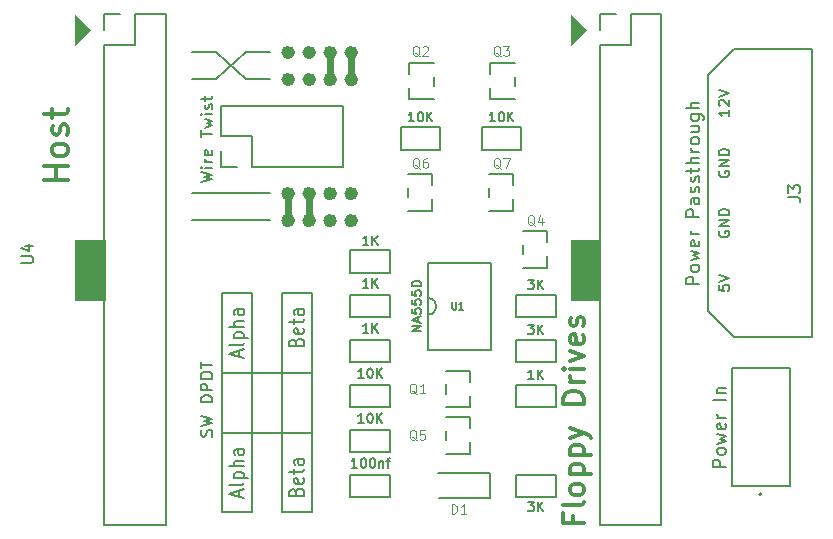
<source format=gbr>
%TF.GenerationSoftware,KiCad,Pcbnew,(6.0.5)*%
%TF.CreationDate,2023-02-06T04:07:19+00:00*%
%TF.ProjectId,AutoFloppySwitcher,4175746f-466c-46f7-9070-795377697463,rev?*%
%TF.SameCoordinates,Original*%
%TF.FileFunction,Legend,Top*%
%TF.FilePolarity,Positive*%
%FSLAX46Y46*%
G04 Gerber Fmt 4.6, Leading zero omitted, Abs format (unit mm)*
G04 Created by KiCad (PCBNEW (6.0.5)) date 2023-02-06 04:07:19*
%MOMM*%
%LPD*%
G01*
G04 APERTURE LIST*
%ADD10C,0.300000*%
%ADD11C,0.150000*%
%ADD12C,0.120000*%
%ADD13C,0.180000*%
%ADD14C,0.600000*%
%ADD15C,0.560000*%
%ADD16C,0.200000*%
G04 APERTURE END LIST*
D10*
X130173428Y-100556000D02*
X130173428Y-101156000D01*
X131116285Y-101156000D02*
X129316285Y-101156000D01*
X129316285Y-100298857D01*
X131116285Y-99356000D02*
X131030571Y-99527428D01*
X130859142Y-99613142D01*
X129316285Y-99613142D01*
X131116285Y-98413142D02*
X131030571Y-98584571D01*
X130944857Y-98670285D01*
X130773428Y-98756000D01*
X130259142Y-98756000D01*
X130087714Y-98670285D01*
X130002000Y-98584571D01*
X129916285Y-98413142D01*
X129916285Y-98156000D01*
X130002000Y-97984571D01*
X130087714Y-97898857D01*
X130259142Y-97813142D01*
X130773428Y-97813142D01*
X130944857Y-97898857D01*
X131030571Y-97984571D01*
X131116285Y-98156000D01*
X131116285Y-98413142D01*
X129916285Y-97041714D02*
X131716285Y-97041714D01*
X130002000Y-97041714D02*
X129916285Y-96870285D01*
X129916285Y-96527428D01*
X130002000Y-96356000D01*
X130087714Y-96270285D01*
X130259142Y-96184571D01*
X130773428Y-96184571D01*
X130944857Y-96270285D01*
X131030571Y-96356000D01*
X131116285Y-96527428D01*
X131116285Y-96870285D01*
X131030571Y-97041714D01*
X129916285Y-95413142D02*
X131716285Y-95413142D01*
X130002000Y-95413142D02*
X129916285Y-95241714D01*
X129916285Y-94898857D01*
X130002000Y-94727428D01*
X130087714Y-94641714D01*
X130259142Y-94556000D01*
X130773428Y-94556000D01*
X130944857Y-94641714D01*
X131030571Y-94727428D01*
X131116285Y-94898857D01*
X131116285Y-95241714D01*
X131030571Y-95413142D01*
X129916285Y-93956000D02*
X131116285Y-93527428D01*
X129916285Y-93098857D02*
X131116285Y-93527428D01*
X131544857Y-93698857D01*
X131630571Y-93784571D01*
X131716285Y-93956000D01*
X131116285Y-91041714D02*
X129316285Y-91041714D01*
X129316285Y-90613142D01*
X129402000Y-90356000D01*
X129573428Y-90184571D01*
X129744857Y-90098857D01*
X130087714Y-90013142D01*
X130344857Y-90013142D01*
X130687714Y-90098857D01*
X130859142Y-90184571D01*
X131030571Y-90356000D01*
X131116285Y-90613142D01*
X131116285Y-91041714D01*
X131116285Y-89241714D02*
X129916285Y-89241714D01*
X130259142Y-89241714D02*
X130087714Y-89156000D01*
X130002000Y-89070285D01*
X129916285Y-88898857D01*
X129916285Y-88727428D01*
X131116285Y-88127428D02*
X129916285Y-88127428D01*
X129316285Y-88127428D02*
X129402000Y-88213142D01*
X129487714Y-88127428D01*
X129402000Y-88041714D01*
X129316285Y-88127428D01*
X129487714Y-88127428D01*
X129916285Y-87441714D02*
X131116285Y-87013142D01*
X129916285Y-86584571D01*
X131030571Y-85213142D02*
X131116285Y-85384571D01*
X131116285Y-85727428D01*
X131030571Y-85898857D01*
X130859142Y-85984571D01*
X130173428Y-85984571D01*
X130002000Y-85898857D01*
X129916285Y-85727428D01*
X129916285Y-85384571D01*
X130002000Y-85213142D01*
X130173428Y-85127428D01*
X130344857Y-85127428D01*
X130516285Y-85984571D01*
X131030571Y-84441714D02*
X131116285Y-84270285D01*
X131116285Y-83927428D01*
X131030571Y-83756000D01*
X130859142Y-83670285D01*
X130773428Y-83670285D01*
X130602000Y-83756000D01*
X130516285Y-83927428D01*
X130516285Y-84184571D01*
X130430571Y-84356000D01*
X130259142Y-84441714D01*
X130173428Y-84441714D01*
X130002000Y-84356000D01*
X129916285Y-84184571D01*
X129916285Y-83927428D01*
X130002000Y-83756000D01*
X87391761Y-72072142D02*
X85391761Y-72072142D01*
X86344142Y-72072142D02*
X86344142Y-70929285D01*
X87391761Y-70929285D02*
X85391761Y-70929285D01*
X87391761Y-69691190D02*
X87296523Y-69881666D01*
X87201285Y-69976904D01*
X87010809Y-70072142D01*
X86439380Y-70072142D01*
X86248904Y-69976904D01*
X86153666Y-69881666D01*
X86058428Y-69691190D01*
X86058428Y-69405476D01*
X86153666Y-69215000D01*
X86248904Y-69119761D01*
X86439380Y-69024523D01*
X87010809Y-69024523D01*
X87201285Y-69119761D01*
X87296523Y-69215000D01*
X87391761Y-69405476D01*
X87391761Y-69691190D01*
X87296523Y-68262619D02*
X87391761Y-68072142D01*
X87391761Y-67691190D01*
X87296523Y-67500714D01*
X87106047Y-67405476D01*
X87010809Y-67405476D01*
X86820333Y-67500714D01*
X86725095Y-67691190D01*
X86725095Y-67976904D01*
X86629857Y-68167380D01*
X86439380Y-68262619D01*
X86344142Y-68262619D01*
X86153666Y-68167380D01*
X86058428Y-67976904D01*
X86058428Y-67691190D01*
X86153666Y-67500714D01*
X86058428Y-66834047D02*
X86058428Y-66072142D01*
X85391761Y-66548333D02*
X87106047Y-66548333D01*
X87296523Y-66453095D01*
X87391761Y-66262619D01*
X87391761Y-66072142D01*
D11*
%TO.C,C1*%
X111876190Y-96456904D02*
X111419047Y-96456904D01*
X111647619Y-96456904D02*
X111647619Y-95656904D01*
X111571428Y-95771190D01*
X111495238Y-95847380D01*
X111419047Y-95885476D01*
X112371428Y-95656904D02*
X112447619Y-95656904D01*
X112523809Y-95695000D01*
X112561904Y-95733095D01*
X112600000Y-95809285D01*
X112638095Y-95961666D01*
X112638095Y-96152142D01*
X112600000Y-96304523D01*
X112561904Y-96380714D01*
X112523809Y-96418809D01*
X112447619Y-96456904D01*
X112371428Y-96456904D01*
X112295238Y-96418809D01*
X112257142Y-96380714D01*
X112219047Y-96304523D01*
X112180952Y-96152142D01*
X112180952Y-95961666D01*
X112219047Y-95809285D01*
X112257142Y-95733095D01*
X112295238Y-95695000D01*
X112371428Y-95656904D01*
X113133333Y-95656904D02*
X113209523Y-95656904D01*
X113285714Y-95695000D01*
X113323809Y-95733095D01*
X113361904Y-95809285D01*
X113400000Y-95961666D01*
X113400000Y-96152142D01*
X113361904Y-96304523D01*
X113323809Y-96380714D01*
X113285714Y-96418809D01*
X113209523Y-96456904D01*
X113133333Y-96456904D01*
X113057142Y-96418809D01*
X113019047Y-96380714D01*
X112980952Y-96304523D01*
X112942857Y-96152142D01*
X112942857Y-95961666D01*
X112980952Y-95809285D01*
X113019047Y-95733095D01*
X113057142Y-95695000D01*
X113133333Y-95656904D01*
X113742857Y-95923571D02*
X113742857Y-96456904D01*
X113742857Y-95999761D02*
X113780952Y-95961666D01*
X113857142Y-95923571D01*
X113971428Y-95923571D01*
X114047619Y-95961666D01*
X114085714Y-96037857D01*
X114085714Y-96456904D01*
X114352380Y-95923571D02*
X114657142Y-95923571D01*
X114466666Y-96456904D02*
X114466666Y-95771190D01*
X114504761Y-95695000D01*
X114580952Y-95656904D01*
X114657142Y-95656904D01*
%TO.C,R11*%
X126333333Y-80561904D02*
X126828571Y-80561904D01*
X126561904Y-80866666D01*
X126676190Y-80866666D01*
X126752380Y-80904761D01*
X126790476Y-80942857D01*
X126828571Y-81019047D01*
X126828571Y-81209523D01*
X126790476Y-81285714D01*
X126752380Y-81323809D01*
X126676190Y-81361904D01*
X126447619Y-81361904D01*
X126371428Y-81323809D01*
X126333333Y-81285714D01*
X127171428Y-81361904D02*
X127171428Y-80561904D01*
X127628571Y-81361904D02*
X127285714Y-80904761D01*
X127628571Y-80561904D02*
X127171428Y-81019047D01*
%TO.C,R10*%
X112828571Y-77615904D02*
X112371428Y-77615904D01*
X112600000Y-77615904D02*
X112600000Y-76815904D01*
X112523809Y-76930190D01*
X112447619Y-77006380D01*
X112371428Y-77044476D01*
X113171428Y-77615904D02*
X113171428Y-76815904D01*
X113628571Y-77615904D02*
X113285714Y-77158761D01*
X113628571Y-76815904D02*
X113171428Y-77273047D01*
%TO.C,R8*%
X116700619Y-67141904D02*
X116243476Y-67141904D01*
X116472047Y-67141904D02*
X116472047Y-66341904D01*
X116395857Y-66456190D01*
X116319666Y-66532380D01*
X116243476Y-66570476D01*
X117195857Y-66341904D02*
X117272047Y-66341904D01*
X117348238Y-66380000D01*
X117386333Y-66418095D01*
X117424428Y-66494285D01*
X117462523Y-66646666D01*
X117462523Y-66837142D01*
X117424428Y-66989523D01*
X117386333Y-67065714D01*
X117348238Y-67103809D01*
X117272047Y-67141904D01*
X117195857Y-67141904D01*
X117119666Y-67103809D01*
X117081571Y-67065714D01*
X117043476Y-66989523D01*
X117005380Y-66837142D01*
X117005380Y-66646666D01*
X117043476Y-66494285D01*
X117081571Y-66418095D01*
X117119666Y-66380000D01*
X117195857Y-66341904D01*
X117805380Y-67141904D02*
X117805380Y-66341904D01*
X118262523Y-67141904D02*
X117919666Y-66684761D01*
X118262523Y-66341904D02*
X117805380Y-66799047D01*
%TO.C,SW1*%
X99586761Y-93827547D02*
X99634380Y-93684690D01*
X99634380Y-93446595D01*
X99586761Y-93351357D01*
X99539142Y-93303738D01*
X99443904Y-93256119D01*
X99348666Y-93256119D01*
X99253428Y-93303738D01*
X99205809Y-93351357D01*
X99158190Y-93446595D01*
X99110571Y-93637071D01*
X99062952Y-93732309D01*
X99015333Y-93779928D01*
X98920095Y-93827547D01*
X98824857Y-93827547D01*
X98729619Y-93779928D01*
X98682000Y-93732309D01*
X98634380Y-93637071D01*
X98634380Y-93398976D01*
X98682000Y-93256119D01*
X98634380Y-92922785D02*
X99634380Y-92684690D01*
X98920095Y-92494214D01*
X99634380Y-92303738D01*
X98634380Y-92065642D01*
X99634380Y-90922785D02*
X98634380Y-90922785D01*
X98634380Y-90684690D01*
X98682000Y-90541833D01*
X98777238Y-90446595D01*
X98872476Y-90398976D01*
X99062952Y-90351357D01*
X99205809Y-90351357D01*
X99396285Y-90398976D01*
X99491523Y-90446595D01*
X99586761Y-90541833D01*
X99634380Y-90684690D01*
X99634380Y-90922785D01*
X99634380Y-89922785D02*
X98634380Y-89922785D01*
X98634380Y-89541833D01*
X98682000Y-89446595D01*
X98729619Y-89398976D01*
X98824857Y-89351357D01*
X98967714Y-89351357D01*
X99062952Y-89398976D01*
X99110571Y-89446595D01*
X99158190Y-89541833D01*
X99158190Y-89922785D01*
X99634380Y-88922785D02*
X98634380Y-88922785D01*
X98634380Y-88684690D01*
X98682000Y-88541833D01*
X98777238Y-88446595D01*
X98872476Y-88398976D01*
X99062952Y-88351357D01*
X99205809Y-88351357D01*
X99396285Y-88398976D01*
X99491523Y-88446595D01*
X99586761Y-88541833D01*
X99634380Y-88684690D01*
X99634380Y-88922785D01*
X98634380Y-88065642D02*
X98634380Y-87494214D01*
X99634380Y-87779928D02*
X98634380Y-87779928D01*
X106716285Y-85828095D02*
X106773428Y-85670952D01*
X106830571Y-85618571D01*
X106944857Y-85566190D01*
X107116285Y-85566190D01*
X107230571Y-85618571D01*
X107287714Y-85670952D01*
X107344857Y-85775714D01*
X107344857Y-86194761D01*
X106144857Y-86194761D01*
X106144857Y-85828095D01*
X106202000Y-85723333D01*
X106259142Y-85670952D01*
X106373428Y-85618571D01*
X106487714Y-85618571D01*
X106602000Y-85670952D01*
X106659142Y-85723333D01*
X106716285Y-85828095D01*
X106716285Y-86194761D01*
X107287714Y-84675714D02*
X107344857Y-84780476D01*
X107344857Y-84990000D01*
X107287714Y-85094761D01*
X107173428Y-85147142D01*
X106716285Y-85147142D01*
X106602000Y-85094761D01*
X106544857Y-84990000D01*
X106544857Y-84780476D01*
X106602000Y-84675714D01*
X106716285Y-84623333D01*
X106830571Y-84623333D01*
X106944857Y-85147142D01*
X106544857Y-84309047D02*
X106544857Y-83890000D01*
X106144857Y-84151904D02*
X107173428Y-84151904D01*
X107287714Y-84099523D01*
X107344857Y-83994761D01*
X107344857Y-83890000D01*
X107344857Y-83051904D02*
X106716285Y-83051904D01*
X106602000Y-83104285D01*
X106544857Y-83209047D01*
X106544857Y-83418571D01*
X106602000Y-83523333D01*
X107287714Y-83051904D02*
X107344857Y-83156666D01*
X107344857Y-83418571D01*
X107287714Y-83523333D01*
X107173428Y-83575714D01*
X107059142Y-83575714D01*
X106944857Y-83523333D01*
X106887714Y-83418571D01*
X106887714Y-83156666D01*
X106830571Y-83051904D01*
X106716285Y-98506428D02*
X106773428Y-98349285D01*
X106830571Y-98296904D01*
X106944857Y-98244523D01*
X107116285Y-98244523D01*
X107230571Y-98296904D01*
X107287714Y-98349285D01*
X107344857Y-98454047D01*
X107344857Y-98873095D01*
X106144857Y-98873095D01*
X106144857Y-98506428D01*
X106202000Y-98401666D01*
X106259142Y-98349285D01*
X106373428Y-98296904D01*
X106487714Y-98296904D01*
X106602000Y-98349285D01*
X106659142Y-98401666D01*
X106716285Y-98506428D01*
X106716285Y-98873095D01*
X107287714Y-97354047D02*
X107344857Y-97458809D01*
X107344857Y-97668333D01*
X107287714Y-97773095D01*
X107173428Y-97825476D01*
X106716285Y-97825476D01*
X106602000Y-97773095D01*
X106544857Y-97668333D01*
X106544857Y-97458809D01*
X106602000Y-97354047D01*
X106716285Y-97301666D01*
X106830571Y-97301666D01*
X106944857Y-97825476D01*
X106544857Y-96987380D02*
X106544857Y-96568333D01*
X106144857Y-96830238D02*
X107173428Y-96830238D01*
X107287714Y-96777857D01*
X107344857Y-96673095D01*
X107344857Y-96568333D01*
X107344857Y-95730238D02*
X106716285Y-95730238D01*
X106602000Y-95782619D01*
X106544857Y-95887380D01*
X106544857Y-96096904D01*
X106602000Y-96201666D01*
X107287714Y-95730238D02*
X107344857Y-95835000D01*
X107344857Y-96096904D01*
X107287714Y-96201666D01*
X107173428Y-96254047D01*
X107059142Y-96254047D01*
X106944857Y-96201666D01*
X106887714Y-96096904D01*
X106887714Y-95835000D01*
X106830571Y-95730238D01*
X101922000Y-98925476D02*
X101922000Y-98401666D01*
X102264857Y-99030238D02*
X101064857Y-98663571D01*
X102264857Y-98296904D01*
X102264857Y-97773095D02*
X102207714Y-97877857D01*
X102093428Y-97930238D01*
X101064857Y-97930238D01*
X101464857Y-97354047D02*
X102664857Y-97354047D01*
X101522000Y-97354047D02*
X101464857Y-97249285D01*
X101464857Y-97039761D01*
X101522000Y-96935000D01*
X101579142Y-96882619D01*
X101693428Y-96830238D01*
X102036285Y-96830238D01*
X102150571Y-96882619D01*
X102207714Y-96935000D01*
X102264857Y-97039761D01*
X102264857Y-97249285D01*
X102207714Y-97354047D01*
X102264857Y-96358809D02*
X101064857Y-96358809D01*
X102264857Y-95887380D02*
X101636285Y-95887380D01*
X101522000Y-95939761D01*
X101464857Y-96044523D01*
X101464857Y-96201666D01*
X101522000Y-96306428D01*
X101579142Y-96358809D01*
X102264857Y-94892142D02*
X101636285Y-94892142D01*
X101522000Y-94944523D01*
X101464857Y-95049285D01*
X101464857Y-95258809D01*
X101522000Y-95363571D01*
X102207714Y-94892142D02*
X102264857Y-94996904D01*
X102264857Y-95258809D01*
X102207714Y-95363571D01*
X102093428Y-95415952D01*
X101979142Y-95415952D01*
X101864857Y-95363571D01*
X101807714Y-95258809D01*
X101807714Y-94996904D01*
X101750571Y-94892142D01*
X101922000Y-87085238D02*
X101922000Y-86561428D01*
X102264857Y-87190000D02*
X101064857Y-86823333D01*
X102264857Y-86456666D01*
X102264857Y-85932857D02*
X102207714Y-86037619D01*
X102093428Y-86090000D01*
X101064857Y-86090000D01*
X101464857Y-85513809D02*
X102664857Y-85513809D01*
X101522000Y-85513809D02*
X101464857Y-85409047D01*
X101464857Y-85199523D01*
X101522000Y-85094761D01*
X101579142Y-85042380D01*
X101693428Y-84990000D01*
X102036285Y-84990000D01*
X102150571Y-85042380D01*
X102207714Y-85094761D01*
X102264857Y-85199523D01*
X102264857Y-85409047D01*
X102207714Y-85513809D01*
X102264857Y-84518571D02*
X101064857Y-84518571D01*
X102264857Y-84047142D02*
X101636285Y-84047142D01*
X101522000Y-84099523D01*
X101464857Y-84204285D01*
X101464857Y-84361428D01*
X101522000Y-84466190D01*
X101579142Y-84518571D01*
X102264857Y-83051904D02*
X101636285Y-83051904D01*
X101522000Y-83104285D01*
X101464857Y-83209047D01*
X101464857Y-83418571D01*
X101522000Y-83523333D01*
X102207714Y-83051904D02*
X102264857Y-83156666D01*
X102264857Y-83418571D01*
X102207714Y-83523333D01*
X102093428Y-83575714D01*
X101979142Y-83575714D01*
X101864857Y-83523333D01*
X101807714Y-83418571D01*
X101807714Y-83156666D01*
X101750571Y-83051904D01*
%TO.C,*%
D12*
%TO.C,Q2*%
X117176809Y-61652095D02*
X117100619Y-61614000D01*
X117024428Y-61537809D01*
X116910142Y-61423523D01*
X116833952Y-61385428D01*
X116757761Y-61385428D01*
X116795857Y-61575904D02*
X116719666Y-61537809D01*
X116643476Y-61461619D01*
X116605380Y-61309238D01*
X116605380Y-61042571D01*
X116643476Y-60890190D01*
X116719666Y-60814000D01*
X116795857Y-60775904D01*
X116948238Y-60775904D01*
X117024428Y-60814000D01*
X117100619Y-60890190D01*
X117138714Y-61042571D01*
X117138714Y-61309238D01*
X117100619Y-61461619D01*
X117024428Y-61537809D01*
X116948238Y-61575904D01*
X116795857Y-61575904D01*
X117443476Y-60852095D02*
X117481571Y-60814000D01*
X117557761Y-60775904D01*
X117748238Y-60775904D01*
X117824428Y-60814000D01*
X117862523Y-60852095D01*
X117900619Y-60928285D01*
X117900619Y-61004476D01*
X117862523Y-61118761D01*
X117405380Y-61575904D01*
X117900619Y-61575904D01*
%TO.C,Q6*%
X117176809Y-71140095D02*
X117100619Y-71102000D01*
X117024428Y-71025809D01*
X116910142Y-70911523D01*
X116833952Y-70873428D01*
X116757761Y-70873428D01*
X116795857Y-71063904D02*
X116719666Y-71025809D01*
X116643476Y-70949619D01*
X116605380Y-70797238D01*
X116605380Y-70530571D01*
X116643476Y-70378190D01*
X116719666Y-70302000D01*
X116795857Y-70263904D01*
X116948238Y-70263904D01*
X117024428Y-70302000D01*
X117100619Y-70378190D01*
X117138714Y-70530571D01*
X117138714Y-70797238D01*
X117100619Y-70949619D01*
X117024428Y-71025809D01*
X116948238Y-71063904D01*
X116795857Y-71063904D01*
X117824428Y-70263904D02*
X117672047Y-70263904D01*
X117595857Y-70302000D01*
X117557761Y-70340095D01*
X117481571Y-70454380D01*
X117443476Y-70606761D01*
X117443476Y-70911523D01*
X117481571Y-70987714D01*
X117519666Y-71025809D01*
X117595857Y-71063904D01*
X117748238Y-71063904D01*
X117824428Y-71025809D01*
X117862523Y-70987714D01*
X117900619Y-70911523D01*
X117900619Y-70721047D01*
X117862523Y-70644857D01*
X117824428Y-70606761D01*
X117748238Y-70568666D01*
X117595857Y-70568666D01*
X117519666Y-70606761D01*
X117481571Y-70644857D01*
X117443476Y-70721047D01*
D11*
%TO.C,U4*%
X83446380Y-79134404D02*
X84255904Y-79134404D01*
X84351142Y-79086785D01*
X84398761Y-79039166D01*
X84446380Y-78943928D01*
X84446380Y-78753452D01*
X84398761Y-78658214D01*
X84351142Y-78610595D01*
X84255904Y-78562976D01*
X83446380Y-78562976D01*
X83779714Y-77658214D02*
X84446380Y-77658214D01*
X83398761Y-77896309D02*
X84113047Y-78134404D01*
X84113047Y-77515357D01*
%TO.C,R3*%
X112827386Y-81236299D02*
X112370243Y-81236299D01*
X112598815Y-81236299D02*
X112598815Y-80436299D01*
X112522624Y-80550585D01*
X112446434Y-80626775D01*
X112370243Y-80664871D01*
X113170243Y-81236299D02*
X113170243Y-80436299D01*
X113627386Y-81236299D02*
X113284529Y-80779156D01*
X113627386Y-80436299D02*
X113170243Y-80893442D01*
%TO.C,R7*%
X126828571Y-88961904D02*
X126371428Y-88961904D01*
X126600000Y-88961904D02*
X126600000Y-88161904D01*
X126523809Y-88276190D01*
X126447619Y-88352380D01*
X126371428Y-88390476D01*
X127171428Y-88961904D02*
X127171428Y-88161904D01*
X127628571Y-88961904D02*
X127285714Y-88504761D01*
X127628571Y-88161904D02*
X127171428Y-88619047D01*
%TO.C,J3*%
X148398780Y-73568833D02*
X149113066Y-73568833D01*
X149255923Y-73616452D01*
X149351161Y-73711690D01*
X149398780Y-73854547D01*
X149398780Y-73949785D01*
X148398780Y-73187880D02*
X148398780Y-72568833D01*
X148779733Y-72902166D01*
X148779733Y-72759309D01*
X148827352Y-72664071D01*
X148874971Y-72616452D01*
X148970209Y-72568833D01*
X149208304Y-72568833D01*
X149303542Y-72616452D01*
X149351161Y-72664071D01*
X149398780Y-72759309D01*
X149398780Y-73045023D01*
X149351161Y-73140261D01*
X149303542Y-73187880D01*
X140858819Y-80909309D02*
X139758819Y-80909309D01*
X139758819Y-80490261D01*
X139811200Y-80385500D01*
X139863580Y-80333119D01*
X139968342Y-80280738D01*
X140125485Y-80280738D01*
X140230247Y-80333119D01*
X140282628Y-80385500D01*
X140335009Y-80490261D01*
X140335009Y-80909309D01*
X140858819Y-79652166D02*
X140806438Y-79756928D01*
X140754057Y-79809309D01*
X140649295Y-79861690D01*
X140335009Y-79861690D01*
X140230247Y-79809309D01*
X140177866Y-79756928D01*
X140125485Y-79652166D01*
X140125485Y-79495023D01*
X140177866Y-79390261D01*
X140230247Y-79337880D01*
X140335009Y-79285500D01*
X140649295Y-79285500D01*
X140754057Y-79337880D01*
X140806438Y-79390261D01*
X140858819Y-79495023D01*
X140858819Y-79652166D01*
X140125485Y-78918833D02*
X140858819Y-78709309D01*
X140335009Y-78499785D01*
X140858819Y-78290261D01*
X140125485Y-78080738D01*
X140806438Y-77242642D02*
X140858819Y-77347404D01*
X140858819Y-77556928D01*
X140806438Y-77661690D01*
X140701676Y-77714071D01*
X140282628Y-77714071D01*
X140177866Y-77661690D01*
X140125485Y-77556928D01*
X140125485Y-77347404D01*
X140177866Y-77242642D01*
X140282628Y-77190261D01*
X140387390Y-77190261D01*
X140492152Y-77714071D01*
X140858819Y-76718833D02*
X140125485Y-76718833D01*
X140335009Y-76718833D02*
X140230247Y-76666452D01*
X140177866Y-76614071D01*
X140125485Y-76509309D01*
X140125485Y-76404547D01*
X140858819Y-75199785D02*
X139758819Y-75199785D01*
X139758819Y-74780738D01*
X139811200Y-74675976D01*
X139863580Y-74623595D01*
X139968342Y-74571214D01*
X140125485Y-74571214D01*
X140230247Y-74623595D01*
X140282628Y-74675976D01*
X140335009Y-74780738D01*
X140335009Y-75199785D01*
X140858819Y-73628357D02*
X140282628Y-73628357D01*
X140177866Y-73680738D01*
X140125485Y-73785500D01*
X140125485Y-73995023D01*
X140177866Y-74099785D01*
X140806438Y-73628357D02*
X140858819Y-73733119D01*
X140858819Y-73995023D01*
X140806438Y-74099785D01*
X140701676Y-74152166D01*
X140596914Y-74152166D01*
X140492152Y-74099785D01*
X140439771Y-73995023D01*
X140439771Y-73733119D01*
X140387390Y-73628357D01*
X140806438Y-73156928D02*
X140858819Y-73052166D01*
X140858819Y-72842642D01*
X140806438Y-72737880D01*
X140701676Y-72685500D01*
X140649295Y-72685500D01*
X140544533Y-72737880D01*
X140492152Y-72842642D01*
X140492152Y-72999785D01*
X140439771Y-73104547D01*
X140335009Y-73156928D01*
X140282628Y-73156928D01*
X140177866Y-73104547D01*
X140125485Y-72999785D01*
X140125485Y-72842642D01*
X140177866Y-72737880D01*
X140806438Y-72266452D02*
X140858819Y-72161690D01*
X140858819Y-71952166D01*
X140806438Y-71847404D01*
X140701676Y-71795023D01*
X140649295Y-71795023D01*
X140544533Y-71847404D01*
X140492152Y-71952166D01*
X140492152Y-72109309D01*
X140439771Y-72214071D01*
X140335009Y-72266452D01*
X140282628Y-72266452D01*
X140177866Y-72214071D01*
X140125485Y-72109309D01*
X140125485Y-71952166D01*
X140177866Y-71847404D01*
X140125485Y-71480738D02*
X140125485Y-71061690D01*
X139758819Y-71323595D02*
X140701676Y-71323595D01*
X140806438Y-71271214D01*
X140858819Y-71166452D01*
X140858819Y-71061690D01*
X140858819Y-70695023D02*
X139758819Y-70695023D01*
X140858819Y-70223595D02*
X140282628Y-70223595D01*
X140177866Y-70275976D01*
X140125485Y-70380738D01*
X140125485Y-70537880D01*
X140177866Y-70642642D01*
X140230247Y-70695023D01*
X140858819Y-69699785D02*
X140125485Y-69699785D01*
X140335009Y-69699785D02*
X140230247Y-69647404D01*
X140177866Y-69595023D01*
X140125485Y-69490261D01*
X140125485Y-69385500D01*
X140858819Y-68861690D02*
X140806438Y-68966452D01*
X140754057Y-69018833D01*
X140649295Y-69071214D01*
X140335009Y-69071214D01*
X140230247Y-69018833D01*
X140177866Y-68966452D01*
X140125485Y-68861690D01*
X140125485Y-68704547D01*
X140177866Y-68599785D01*
X140230247Y-68547404D01*
X140335009Y-68495023D01*
X140649295Y-68495023D01*
X140754057Y-68547404D01*
X140806438Y-68599785D01*
X140858819Y-68704547D01*
X140858819Y-68861690D01*
X140125485Y-67552166D02*
X140858819Y-67552166D01*
X140125485Y-68023595D02*
X140701676Y-68023595D01*
X140806438Y-67971214D01*
X140858819Y-67866452D01*
X140858819Y-67709309D01*
X140806438Y-67604547D01*
X140754057Y-67552166D01*
X140125485Y-66556928D02*
X141015961Y-66556928D01*
X141120723Y-66609309D01*
X141173104Y-66661690D01*
X141225485Y-66766452D01*
X141225485Y-66923595D01*
X141173104Y-67028357D01*
X140806438Y-66556928D02*
X140858819Y-66661690D01*
X140858819Y-66871214D01*
X140806438Y-66975976D01*
X140754057Y-67028357D01*
X140649295Y-67080738D01*
X140335009Y-67080738D01*
X140230247Y-67028357D01*
X140177866Y-66975976D01*
X140125485Y-66871214D01*
X140125485Y-66661690D01*
X140177866Y-66556928D01*
X140858819Y-66033119D02*
X139758819Y-66033119D01*
X140858819Y-65561690D02*
X140282628Y-65561690D01*
X140177866Y-65614071D01*
X140125485Y-65718833D01*
X140125485Y-65875976D01*
X140177866Y-65980738D01*
X140230247Y-66033119D01*
X143407142Y-66172642D02*
X143407142Y-66686928D01*
X143407142Y-66429785D02*
X142507142Y-66429785D01*
X142635714Y-66515500D01*
X142721428Y-66601214D01*
X142764285Y-66686928D01*
X142592857Y-65829785D02*
X142550000Y-65786928D01*
X142507142Y-65701214D01*
X142507142Y-65486928D01*
X142550000Y-65401214D01*
X142592857Y-65358357D01*
X142678571Y-65315500D01*
X142764285Y-65315500D01*
X142892857Y-65358357D01*
X143407142Y-65872642D01*
X143407142Y-65315500D01*
X142507142Y-65058357D02*
X143407142Y-64758357D01*
X142507142Y-64458357D01*
X142550000Y-76461214D02*
X142507142Y-76546928D01*
X142507142Y-76675500D01*
X142550000Y-76804071D01*
X142635714Y-76889785D01*
X142721428Y-76932642D01*
X142892857Y-76975500D01*
X143021428Y-76975500D01*
X143192857Y-76932642D01*
X143278571Y-76889785D01*
X143364285Y-76804071D01*
X143407142Y-76675500D01*
X143407142Y-76589785D01*
X143364285Y-76461214D01*
X143321428Y-76418357D01*
X143021428Y-76418357D01*
X143021428Y-76589785D01*
X143407142Y-76032642D02*
X142507142Y-76032642D01*
X143407142Y-75518357D01*
X142507142Y-75518357D01*
X143407142Y-75089785D02*
X142507142Y-75089785D01*
X142507142Y-74875500D01*
X142550000Y-74746928D01*
X142635714Y-74661214D01*
X142721428Y-74618357D01*
X142892857Y-74575500D01*
X143021428Y-74575500D01*
X143192857Y-74618357D01*
X143278571Y-74661214D01*
X143364285Y-74746928D01*
X143407142Y-74875500D01*
X143407142Y-75089785D01*
X142550000Y-71381214D02*
X142507142Y-71466928D01*
X142507142Y-71595500D01*
X142550000Y-71724071D01*
X142635714Y-71809785D01*
X142721428Y-71852642D01*
X142892857Y-71895500D01*
X143021428Y-71895500D01*
X143192857Y-71852642D01*
X143278571Y-71809785D01*
X143364285Y-71724071D01*
X143407142Y-71595500D01*
X143407142Y-71509785D01*
X143364285Y-71381214D01*
X143321428Y-71338357D01*
X143021428Y-71338357D01*
X143021428Y-71509785D01*
X143407142Y-70952642D02*
X142507142Y-70952642D01*
X143407142Y-70438357D01*
X142507142Y-70438357D01*
X143407142Y-70009785D02*
X142507142Y-70009785D01*
X142507142Y-69795500D01*
X142550000Y-69666928D01*
X142635714Y-69581214D01*
X142721428Y-69538357D01*
X142892857Y-69495500D01*
X143021428Y-69495500D01*
X143192857Y-69538357D01*
X143278571Y-69581214D01*
X143364285Y-69666928D01*
X143407142Y-69795500D01*
X143407142Y-70009785D01*
X142507142Y-81026928D02*
X142507142Y-81455500D01*
X142935714Y-81498357D01*
X142892857Y-81455500D01*
X142850000Y-81369785D01*
X142850000Y-81155500D01*
X142892857Y-81069785D01*
X142935714Y-81026928D01*
X143021428Y-80984071D01*
X143235714Y-80984071D01*
X143321428Y-81026928D01*
X143364285Y-81069785D01*
X143407142Y-81155500D01*
X143407142Y-81369785D01*
X143364285Y-81455500D01*
X143321428Y-81498357D01*
X142507142Y-80726928D02*
X143407142Y-80426928D01*
X142507142Y-80126928D01*
D12*
%TO.C,D1*%
X119901523Y-100361904D02*
X119901523Y-99561904D01*
X120092000Y-99561904D01*
X120206285Y-99600000D01*
X120282476Y-99676190D01*
X120320571Y-99752380D01*
X120358666Y-99904761D01*
X120358666Y-100019047D01*
X120320571Y-100171428D01*
X120282476Y-100247619D01*
X120206285Y-100323809D01*
X120092000Y-100361904D01*
X119901523Y-100361904D01*
X121120571Y-100361904D02*
X120663428Y-100361904D01*
X120892000Y-100361904D02*
X120892000Y-99561904D01*
X120815809Y-99676190D01*
X120739619Y-99752380D01*
X120663428Y-99790476D01*
D11*
%TO.C,*%
%TO.C,R4*%
X126333333Y-99361904D02*
X126828571Y-99361904D01*
X126561904Y-99666666D01*
X126676190Y-99666666D01*
X126752380Y-99704761D01*
X126790476Y-99742857D01*
X126828571Y-99819047D01*
X126828571Y-100009523D01*
X126790476Y-100085714D01*
X126752380Y-100123809D01*
X126676190Y-100161904D01*
X126447619Y-100161904D01*
X126371428Y-100123809D01*
X126333333Y-100085714D01*
X127171428Y-100161904D02*
X127171428Y-99361904D01*
X127628571Y-100161904D02*
X127285714Y-99704761D01*
X127628571Y-99361904D02*
X127171428Y-99819047D01*
D12*
%TO.C,Q5*%
X116923809Y-94164095D02*
X116847619Y-94126000D01*
X116771428Y-94049809D01*
X116657142Y-93935523D01*
X116580952Y-93897428D01*
X116504761Y-93897428D01*
X116542857Y-94087904D02*
X116466666Y-94049809D01*
X116390476Y-93973619D01*
X116352380Y-93821238D01*
X116352380Y-93554571D01*
X116390476Y-93402190D01*
X116466666Y-93326000D01*
X116542857Y-93287904D01*
X116695238Y-93287904D01*
X116771428Y-93326000D01*
X116847619Y-93402190D01*
X116885714Y-93554571D01*
X116885714Y-93821238D01*
X116847619Y-93973619D01*
X116771428Y-94049809D01*
X116695238Y-94087904D01*
X116542857Y-94087904D01*
X117609523Y-93287904D02*
X117228571Y-93287904D01*
X117190476Y-93668857D01*
X117228571Y-93630761D01*
X117304761Y-93592666D01*
X117495238Y-93592666D01*
X117571428Y-93630761D01*
X117609523Y-93668857D01*
X117647619Y-93745047D01*
X117647619Y-93935523D01*
X117609523Y-94011714D01*
X117571428Y-94049809D01*
X117495238Y-94087904D01*
X117304761Y-94087904D01*
X117228571Y-94049809D01*
X117190476Y-94011714D01*
%TO.C,Q3*%
X124034809Y-61652095D02*
X123958619Y-61614000D01*
X123882428Y-61537809D01*
X123768142Y-61423523D01*
X123691952Y-61385428D01*
X123615761Y-61385428D01*
X123653857Y-61575904D02*
X123577666Y-61537809D01*
X123501476Y-61461619D01*
X123463380Y-61309238D01*
X123463380Y-61042571D01*
X123501476Y-60890190D01*
X123577666Y-60814000D01*
X123653857Y-60775904D01*
X123806238Y-60775904D01*
X123882428Y-60814000D01*
X123958619Y-60890190D01*
X123996714Y-61042571D01*
X123996714Y-61309238D01*
X123958619Y-61461619D01*
X123882428Y-61537809D01*
X123806238Y-61575904D01*
X123653857Y-61575904D01*
X124263380Y-60775904D02*
X124758619Y-60775904D01*
X124491952Y-61080666D01*
X124606238Y-61080666D01*
X124682428Y-61118761D01*
X124720523Y-61156857D01*
X124758619Y-61233047D01*
X124758619Y-61423523D01*
X124720523Y-61499714D01*
X124682428Y-61537809D01*
X124606238Y-61575904D01*
X124377666Y-61575904D01*
X124301476Y-61537809D01*
X124263380Y-61499714D01*
%TO.C,Q7*%
X124034809Y-71140095D02*
X123958619Y-71102000D01*
X123882428Y-71025809D01*
X123768142Y-70911523D01*
X123691952Y-70873428D01*
X123615761Y-70873428D01*
X123653857Y-71063904D02*
X123577666Y-71025809D01*
X123501476Y-70949619D01*
X123463380Y-70797238D01*
X123463380Y-70530571D01*
X123501476Y-70378190D01*
X123577666Y-70302000D01*
X123653857Y-70263904D01*
X123806238Y-70263904D01*
X123882428Y-70302000D01*
X123958619Y-70378190D01*
X123996714Y-70530571D01*
X123996714Y-70797238D01*
X123958619Y-70949619D01*
X123882428Y-71025809D01*
X123806238Y-71063904D01*
X123653857Y-71063904D01*
X124263380Y-70263904D02*
X124796714Y-70263904D01*
X124453857Y-71063904D01*
D11*
%TO.C,J1*%
X98634380Y-72293047D02*
X99634380Y-72054952D01*
X98920095Y-71864476D01*
X99634380Y-71674000D01*
X98634380Y-71435904D01*
X99634380Y-71054952D02*
X98967714Y-71054952D01*
X98634380Y-71054952D02*
X98682000Y-71102571D01*
X98729619Y-71054952D01*
X98682000Y-71007333D01*
X98634380Y-71054952D01*
X98729619Y-71054952D01*
X99634380Y-70578761D02*
X98967714Y-70578761D01*
X99158190Y-70578761D02*
X99062952Y-70531142D01*
X99015333Y-70483523D01*
X98967714Y-70388285D01*
X98967714Y-70293047D01*
X99586761Y-69578761D02*
X99634380Y-69674000D01*
X99634380Y-69864476D01*
X99586761Y-69959714D01*
X99491523Y-70007333D01*
X99110571Y-70007333D01*
X99015333Y-69959714D01*
X98967714Y-69864476D01*
X98967714Y-69674000D01*
X99015333Y-69578761D01*
X99110571Y-69531142D01*
X99205809Y-69531142D01*
X99301047Y-70007333D01*
X98634380Y-68483523D02*
X98634380Y-67912095D01*
X99634380Y-68197809D02*
X98634380Y-68197809D01*
X98967714Y-67674000D02*
X99634380Y-67483523D01*
X99158190Y-67293047D01*
X99634380Y-67102571D01*
X98967714Y-66912095D01*
X99634380Y-66531142D02*
X98967714Y-66531142D01*
X98634380Y-66531142D02*
X98682000Y-66578761D01*
X98729619Y-66531142D01*
X98682000Y-66483523D01*
X98634380Y-66531142D01*
X98729619Y-66531142D01*
X99586761Y-66102571D02*
X99634380Y-66007333D01*
X99634380Y-65816857D01*
X99586761Y-65721619D01*
X99491523Y-65674000D01*
X99443904Y-65674000D01*
X99348666Y-65721619D01*
X99301047Y-65816857D01*
X99301047Y-65959714D01*
X99253428Y-66054952D01*
X99158190Y-66102571D01*
X99110571Y-66102571D01*
X99015333Y-66054952D01*
X98967714Y-65959714D01*
X98967714Y-65816857D01*
X99015333Y-65721619D01*
X98967714Y-65388285D02*
X98967714Y-65007333D01*
X98634380Y-65245428D02*
X99491523Y-65245428D01*
X99586761Y-65197809D01*
X99634380Y-65102571D01*
X99634380Y-65007333D01*
%TO.C,R6*%
X126333333Y-84361904D02*
X126828571Y-84361904D01*
X126561904Y-84666666D01*
X126676190Y-84666666D01*
X126752380Y-84704761D01*
X126790476Y-84742857D01*
X126828571Y-84819047D01*
X126828571Y-85009523D01*
X126790476Y-85085714D01*
X126752380Y-85123809D01*
X126676190Y-85161904D01*
X126447619Y-85161904D01*
X126371428Y-85123809D01*
X126333333Y-85085714D01*
X127171428Y-85161904D02*
X127171428Y-84361904D01*
X127628571Y-85161904D02*
X127285714Y-84704761D01*
X127628571Y-84361904D02*
X127171428Y-84819047D01*
%TO.C,R9*%
X123558619Y-67141904D02*
X123101476Y-67141904D01*
X123330047Y-67141904D02*
X123330047Y-66341904D01*
X123253857Y-66456190D01*
X123177666Y-66532380D01*
X123101476Y-66570476D01*
X124053857Y-66341904D02*
X124130047Y-66341904D01*
X124206238Y-66380000D01*
X124244333Y-66418095D01*
X124282428Y-66494285D01*
X124320523Y-66646666D01*
X124320523Y-66837142D01*
X124282428Y-66989523D01*
X124244333Y-67065714D01*
X124206238Y-67103809D01*
X124130047Y-67141904D01*
X124053857Y-67141904D01*
X123977666Y-67103809D01*
X123939571Y-67065714D01*
X123901476Y-66989523D01*
X123863380Y-66837142D01*
X123863380Y-66646666D01*
X123901476Y-66494285D01*
X123939571Y-66418095D01*
X123977666Y-66380000D01*
X124053857Y-66341904D01*
X124663380Y-67141904D02*
X124663380Y-66341904D01*
X125120523Y-67141904D02*
X124777666Y-66684761D01*
X125120523Y-66341904D02*
X124663380Y-66799047D01*
%TO.C,R1*%
X112447619Y-88856904D02*
X111990476Y-88856904D01*
X112219047Y-88856904D02*
X112219047Y-88056904D01*
X112142857Y-88171190D01*
X112066666Y-88247380D01*
X111990476Y-88285476D01*
X112942857Y-88056904D02*
X113019047Y-88056904D01*
X113095238Y-88095000D01*
X113133333Y-88133095D01*
X113171428Y-88209285D01*
X113209523Y-88361666D01*
X113209523Y-88552142D01*
X113171428Y-88704523D01*
X113133333Y-88780714D01*
X113095238Y-88818809D01*
X113019047Y-88856904D01*
X112942857Y-88856904D01*
X112866666Y-88818809D01*
X112828571Y-88780714D01*
X112790476Y-88704523D01*
X112752380Y-88552142D01*
X112752380Y-88361666D01*
X112790476Y-88209285D01*
X112828571Y-88133095D01*
X112866666Y-88095000D01*
X112942857Y-88056904D01*
X113552380Y-88856904D02*
X113552380Y-88056904D01*
X114009523Y-88856904D02*
X113666666Y-88399761D01*
X114009523Y-88056904D02*
X113552380Y-88514047D01*
%TO.C,U1*%
X119934857Y-82475428D02*
X119934857Y-82961142D01*
X119963428Y-83018285D01*
X119992000Y-83046857D01*
X120049142Y-83075428D01*
X120163428Y-83075428D01*
X120220571Y-83046857D01*
X120249142Y-83018285D01*
X120277714Y-82961142D01*
X120277714Y-82475428D01*
X120877714Y-83075428D02*
X120534857Y-83075428D01*
X120706285Y-83075428D02*
X120706285Y-82475428D01*
X120649142Y-82561142D01*
X120592000Y-82618285D01*
X120534857Y-82646857D01*
X117297904Y-84918285D02*
X116497904Y-84918285D01*
X117297904Y-84461142D01*
X116497904Y-84461142D01*
X117069333Y-84118285D02*
X117069333Y-83737333D01*
X117297904Y-84194476D02*
X116497904Y-83927809D01*
X117297904Y-83661142D01*
X116497904Y-83013523D02*
X116497904Y-83394476D01*
X116878857Y-83432571D01*
X116840761Y-83394476D01*
X116802666Y-83318285D01*
X116802666Y-83127809D01*
X116840761Y-83051619D01*
X116878857Y-83013523D01*
X116955047Y-82975428D01*
X117145523Y-82975428D01*
X117221714Y-83013523D01*
X117259809Y-83051619D01*
X117297904Y-83127809D01*
X117297904Y-83318285D01*
X117259809Y-83394476D01*
X117221714Y-83432571D01*
X116497904Y-82251619D02*
X116497904Y-82632571D01*
X116878857Y-82670666D01*
X116840761Y-82632571D01*
X116802666Y-82556380D01*
X116802666Y-82365904D01*
X116840761Y-82289714D01*
X116878857Y-82251619D01*
X116955047Y-82213523D01*
X117145523Y-82213523D01*
X117221714Y-82251619D01*
X117259809Y-82289714D01*
X117297904Y-82365904D01*
X117297904Y-82556380D01*
X117259809Y-82632571D01*
X117221714Y-82670666D01*
X116497904Y-81489714D02*
X116497904Y-81870666D01*
X116878857Y-81908761D01*
X116840761Y-81870666D01*
X116802666Y-81794476D01*
X116802666Y-81604000D01*
X116840761Y-81527809D01*
X116878857Y-81489714D01*
X116955047Y-81451619D01*
X117145523Y-81451619D01*
X117221714Y-81489714D01*
X117259809Y-81527809D01*
X117297904Y-81604000D01*
X117297904Y-81794476D01*
X117259809Y-81870666D01*
X117221714Y-81908761D01*
X117297904Y-81108761D02*
X116497904Y-81108761D01*
X116497904Y-80918285D01*
X116536000Y-80804000D01*
X116612190Y-80727809D01*
X116688380Y-80689714D01*
X116840761Y-80651619D01*
X116955047Y-80651619D01*
X117107428Y-80689714D01*
X117183619Y-80727809D01*
X117259809Y-80804000D01*
X117297904Y-80918285D01*
X117297904Y-81108761D01*
%TO.C,R2*%
X112447619Y-92656904D02*
X111990476Y-92656904D01*
X112219047Y-92656904D02*
X112219047Y-91856904D01*
X112142857Y-91971190D01*
X112066666Y-92047380D01*
X111990476Y-92085476D01*
X112942857Y-91856904D02*
X113019047Y-91856904D01*
X113095238Y-91895000D01*
X113133333Y-91933095D01*
X113171428Y-92009285D01*
X113209523Y-92161666D01*
X113209523Y-92352142D01*
X113171428Y-92504523D01*
X113133333Y-92580714D01*
X113095238Y-92618809D01*
X113019047Y-92656904D01*
X112942857Y-92656904D01*
X112866666Y-92618809D01*
X112828571Y-92580714D01*
X112790476Y-92504523D01*
X112752380Y-92352142D01*
X112752380Y-92161666D01*
X112790476Y-92009285D01*
X112828571Y-91933095D01*
X112866666Y-91895000D01*
X112942857Y-91856904D01*
X113552380Y-92656904D02*
X113552380Y-91856904D01*
X114009523Y-92656904D02*
X113666666Y-92199761D01*
X114009523Y-91856904D02*
X113552380Y-92314047D01*
D12*
%TO.C,Q1*%
X116923809Y-90227095D02*
X116847619Y-90189000D01*
X116771428Y-90112809D01*
X116657142Y-89998523D01*
X116580952Y-89960428D01*
X116504761Y-89960428D01*
X116542857Y-90150904D02*
X116466666Y-90112809D01*
X116390476Y-90036619D01*
X116352380Y-89884238D01*
X116352380Y-89617571D01*
X116390476Y-89465190D01*
X116466666Y-89389000D01*
X116542857Y-89350904D01*
X116695238Y-89350904D01*
X116771428Y-89389000D01*
X116847619Y-89465190D01*
X116885714Y-89617571D01*
X116885714Y-89884238D01*
X116847619Y-90036619D01*
X116771428Y-90112809D01*
X116695238Y-90150904D01*
X116542857Y-90150904D01*
X117647619Y-90150904D02*
X117190476Y-90150904D01*
X117419047Y-90150904D02*
X117419047Y-89350904D01*
X117342857Y-89465190D01*
X117266666Y-89541380D01*
X117190476Y-89579476D01*
%TO.C,Q4*%
X126923809Y-75966095D02*
X126847619Y-75928000D01*
X126771428Y-75851809D01*
X126657142Y-75737523D01*
X126580952Y-75699428D01*
X126504761Y-75699428D01*
X126542857Y-75889904D02*
X126466666Y-75851809D01*
X126390476Y-75775619D01*
X126352380Y-75623238D01*
X126352380Y-75356571D01*
X126390476Y-75204190D01*
X126466666Y-75128000D01*
X126542857Y-75089904D01*
X126695238Y-75089904D01*
X126771428Y-75128000D01*
X126847619Y-75204190D01*
X126885714Y-75356571D01*
X126885714Y-75623238D01*
X126847619Y-75775619D01*
X126771428Y-75851809D01*
X126695238Y-75889904D01*
X126542857Y-75889904D01*
X127571428Y-75356571D02*
X127571428Y-75889904D01*
X127380952Y-75051809D02*
X127190476Y-75623238D01*
X127685714Y-75623238D01*
D11*
%TO.C,R5*%
X112827386Y-85036299D02*
X112370243Y-85036299D01*
X112598815Y-85036299D02*
X112598815Y-84236299D01*
X112522624Y-84350585D01*
X112446434Y-84426775D01*
X112370243Y-84464871D01*
X113170243Y-85036299D02*
X113170243Y-84236299D01*
X113627386Y-85036299D02*
X113284529Y-84579156D01*
X113627386Y-84236299D02*
X113170243Y-84693442D01*
%TO.C,J2*%
X143094019Y-96409880D02*
X141994019Y-96409880D01*
X141994019Y-95990833D01*
X142046400Y-95886071D01*
X142098780Y-95833690D01*
X142203542Y-95781309D01*
X142360685Y-95781309D01*
X142465447Y-95833690D01*
X142517828Y-95886071D01*
X142570209Y-95990833D01*
X142570209Y-96409880D01*
X143094019Y-95152738D02*
X143041638Y-95257500D01*
X142989257Y-95309880D01*
X142884495Y-95362261D01*
X142570209Y-95362261D01*
X142465447Y-95309880D01*
X142413066Y-95257500D01*
X142360685Y-95152738D01*
X142360685Y-94995595D01*
X142413066Y-94890833D01*
X142465447Y-94838452D01*
X142570209Y-94786071D01*
X142884495Y-94786071D01*
X142989257Y-94838452D01*
X143041638Y-94890833D01*
X143094019Y-94995595D01*
X143094019Y-95152738D01*
X142360685Y-94419404D02*
X143094019Y-94209880D01*
X142570209Y-94000357D01*
X143094019Y-93790833D01*
X142360685Y-93581309D01*
X143041638Y-92743214D02*
X143094019Y-92847976D01*
X143094019Y-93057500D01*
X143041638Y-93162261D01*
X142936876Y-93214642D01*
X142517828Y-93214642D01*
X142413066Y-93162261D01*
X142360685Y-93057500D01*
X142360685Y-92847976D01*
X142413066Y-92743214D01*
X142517828Y-92690833D01*
X142622590Y-92690833D01*
X142727352Y-93214642D01*
X143094019Y-92219404D02*
X142360685Y-92219404D01*
X142570209Y-92219404D02*
X142465447Y-92167023D01*
X142413066Y-92114642D01*
X142360685Y-92009880D01*
X142360685Y-91905119D01*
X143094019Y-90700357D02*
X141994019Y-90700357D01*
X142360685Y-90176547D02*
X143094019Y-90176547D01*
X142465447Y-90176547D02*
X142413066Y-90124166D01*
X142360685Y-90019404D01*
X142360685Y-89862261D01*
X142413066Y-89757500D01*
X142517828Y-89705119D01*
X143094019Y-89705119D01*
%TO.C,C1*%
X111320000Y-97050000D02*
X114680000Y-97050000D01*
X114680000Y-97050000D02*
X114680000Y-98950000D01*
X114680000Y-98950000D02*
X111320000Y-98950000D01*
X111320000Y-98950000D02*
X111320000Y-97050000D01*
%TO.C,R11*%
X128680000Y-83750000D02*
X125320000Y-83750000D01*
X125320000Y-83750000D02*
X125320000Y-81850000D01*
X125320000Y-81850000D02*
X128680000Y-81850000D01*
X128680000Y-81850000D02*
X128680000Y-83750000D01*
%TO.C,R10*%
X111320000Y-78050000D02*
X114680000Y-78050000D01*
X114680000Y-78050000D02*
X114680000Y-79950000D01*
X114680000Y-79950000D02*
X111320000Y-79950000D01*
X111320000Y-79950000D02*
X111320000Y-78050000D01*
%TO.C,R8*%
X118933000Y-69530000D02*
X115573000Y-69530000D01*
X115573000Y-69530000D02*
X115573000Y-67630000D01*
X115573000Y-67630000D02*
X118933000Y-67630000D01*
X118933000Y-67630000D02*
X118933000Y-69530000D01*
%TO.C,SW1*%
X100452000Y-93502500D02*
X108072000Y-93502500D01*
X108072000Y-93502500D02*
X108072000Y-88362500D01*
X100452000Y-93562500D02*
X100452000Y-88362500D01*
X100452000Y-88422500D02*
X108072000Y-88422500D01*
X105532000Y-100202500D02*
X108072000Y-100202500D01*
X108072000Y-100202500D02*
X108072000Y-81662500D01*
X108072000Y-81662500D02*
X105532000Y-81662500D01*
X105532000Y-81662500D02*
X105532000Y-100202500D01*
X100452000Y-100232500D02*
X102992000Y-100232500D01*
X102992000Y-100232500D02*
X102992000Y-81692500D01*
X102992000Y-81692500D02*
X100452000Y-81692500D01*
X100452000Y-81692500D02*
X100452000Y-100232500D01*
%TO.C,Q2*%
X118353000Y-64154000D02*
X118353000Y-63354000D01*
X116303000Y-63154000D02*
X116303000Y-62204000D01*
X116303000Y-62204000D02*
X118353000Y-62204000D01*
X116303000Y-65254000D02*
X116303000Y-64354000D01*
X116323000Y-65264000D02*
X118353000Y-65264000D01*
%TO.C,Q6*%
X118183000Y-71642000D02*
X116153000Y-71642000D01*
X118203000Y-73752000D02*
X118203000Y-74702000D01*
X118203000Y-71652000D02*
X118203000Y-72552000D01*
X118203000Y-74702000D02*
X116153000Y-74702000D01*
X116153000Y-72752000D02*
X116153000Y-73552000D01*
%TO.C,R3*%
X111320000Y-81850000D02*
X114680000Y-81850000D01*
X114680000Y-81850000D02*
X114680000Y-83750000D01*
X114680000Y-83750000D02*
X111320000Y-83750000D01*
X111320000Y-83750000D02*
X111320000Y-81850000D01*
%TO.C,R7*%
X128680000Y-91350000D02*
X125320000Y-91350000D01*
X125320000Y-91350000D02*
X125320000Y-89450000D01*
X125320000Y-89450000D02*
X128680000Y-89450000D01*
X128680000Y-89450000D02*
X128680000Y-91350000D01*
%TO.C,J3*%
X143800000Y-85435500D02*
X150400000Y-85435500D01*
X141600000Y-63235500D02*
X141600000Y-83235500D01*
X143800000Y-61035500D02*
X150400000Y-61035500D01*
X150400000Y-85435500D02*
X150400000Y-61035500D01*
X141600000Y-83235500D02*
X143800000Y-85435500D01*
X141600000Y-63235500D02*
X143800000Y-61035500D01*
%TO.C,D1*%
X123092000Y-99050000D02*
X123092000Y-96950000D01*
X123092000Y-96950000D02*
X118742000Y-96950000D01*
X118792000Y-99050000D02*
X123092000Y-99050000D01*
%TO.C,R4*%
X125320000Y-97050000D02*
X128680000Y-97050000D01*
X128680000Y-97050000D02*
X128680000Y-98950000D01*
X128680000Y-98950000D02*
X125320000Y-98950000D01*
X125320000Y-98950000D02*
X125320000Y-97050000D01*
%TO.C,Q5*%
X121442000Y-94326000D02*
X121442000Y-95276000D01*
X121422000Y-92216000D02*
X119392000Y-92216000D01*
X119392000Y-93326000D02*
X119392000Y-94126000D01*
X121442000Y-92226000D02*
X121442000Y-93126000D01*
X121442000Y-95276000D02*
X119392000Y-95276000D01*
%TO.C,Q3*%
X123161000Y-62204000D02*
X125211000Y-62204000D01*
X123181000Y-65264000D02*
X125211000Y-65264000D01*
X123161000Y-63154000D02*
X123161000Y-62204000D01*
X123161000Y-65254000D02*
X123161000Y-64354000D01*
X125211000Y-64154000D02*
X125211000Y-63354000D01*
%TO.C,Q7*%
X125041000Y-71642000D02*
X123011000Y-71642000D01*
X125061000Y-71652000D02*
X125061000Y-72552000D01*
X123011000Y-72752000D02*
X123011000Y-73552000D01*
X125061000Y-74702000D02*
X123011000Y-74702000D01*
X125061000Y-73752000D02*
X125061000Y-74702000D01*
%TO.C,J1*%
X100392000Y-71020000D02*
X100392000Y-69690000D01*
X102992000Y-71020000D02*
X102992000Y-68420000D01*
D13*
X99944000Y-63594000D02*
X102484000Y-61308000D01*
D14*
X107818000Y-75540000D02*
X107818000Y-73246000D01*
D13*
X104516000Y-75532000D02*
X102484000Y-75532000D01*
X104516000Y-61308000D02*
X102484000Y-61308000D01*
D14*
X106032000Y-75540000D02*
X106032000Y-73246000D01*
D13*
X97912000Y-75532000D02*
X99944000Y-75532000D01*
X97912000Y-63594000D02*
X99944000Y-63594000D01*
X99944000Y-75532000D02*
X102484000Y-75532000D01*
D11*
X100392000Y-68420000D02*
X100392000Y-65820000D01*
X102992000Y-71020000D02*
X110672000Y-71020000D01*
D13*
X102484000Y-63594000D02*
X99944000Y-61308000D01*
X104516000Y-63594000D02*
X102484000Y-63594000D01*
D11*
X100392000Y-65820000D02*
X110672000Y-65820000D01*
D13*
X97912000Y-73246000D02*
X99944000Y-73246000D01*
D11*
X102992000Y-68420000D02*
X100392000Y-68420000D01*
X101722000Y-71020000D02*
X100392000Y-71020000D01*
D13*
X104516000Y-73246000D02*
X102484000Y-73246000D01*
X97912000Y-61308000D02*
X99944000Y-61308000D01*
D14*
X111382000Y-63602000D02*
X111382000Y-61308000D01*
D11*
X110672000Y-71020000D02*
X110672000Y-65820000D01*
D14*
X109596000Y-63602000D02*
X109596000Y-61308000D01*
D13*
X102484000Y-73246000D02*
X99944000Y-73246000D01*
D15*
X109876000Y-63602000D02*
G75*
G03*
X109876000Y-63602000I-280000J0D01*
G01*
X109868000Y-73254000D02*
G75*
G03*
X109868000Y-73254000I-280000J0D01*
G01*
X106312000Y-75540000D02*
G75*
G03*
X106312000Y-75540000I-280000J0D01*
G01*
X108106000Y-61300000D02*
G75*
G03*
X108106000Y-61300000I-280000J0D01*
G01*
X109868000Y-75548000D02*
G75*
G03*
X109868000Y-75548000I-280000J0D01*
G01*
X108098000Y-75540000D02*
G75*
G03*
X108098000Y-75540000I-280000J0D01*
G01*
X106320000Y-61300000D02*
G75*
G03*
X106320000Y-61300000I-280000J0D01*
G01*
X111662000Y-63602000D02*
G75*
G03*
X111662000Y-63602000I-280000J0D01*
G01*
X109876000Y-61308000D02*
G75*
G03*
X109876000Y-61308000I-280000J0D01*
G01*
X106320000Y-63594000D02*
G75*
G03*
X106320000Y-63594000I-280000J0D01*
G01*
X111654000Y-73254000D02*
G75*
G03*
X111654000Y-73254000I-280000J0D01*
G01*
X106312000Y-73246000D02*
G75*
G03*
X106312000Y-73246000I-280000J0D01*
G01*
X111662000Y-61308000D02*
G75*
G03*
X111662000Y-61308000I-280000J0D01*
G01*
X111654000Y-75548000D02*
G75*
G03*
X111654000Y-75548000I-280000J0D01*
G01*
X108106000Y-63594000D02*
G75*
G03*
X108106000Y-63594000I-280000J0D01*
G01*
X108098000Y-73246000D02*
G75*
G03*
X108098000Y-73246000I-280000J0D01*
G01*
D11*
%TO.C,R6*%
X128680000Y-87550000D02*
X125320000Y-87550000D01*
X125320000Y-87550000D02*
X125320000Y-85650000D01*
X125320000Y-85650000D02*
X128680000Y-85650000D01*
X128680000Y-85650000D02*
X128680000Y-87550000D01*
%TO.C,R9*%
X125791000Y-69530000D02*
X122431000Y-69530000D01*
X122431000Y-69530000D02*
X122431000Y-67630000D01*
X122431000Y-67630000D02*
X125791000Y-67630000D01*
X125791000Y-67630000D02*
X125791000Y-69530000D01*
%TO.C,U3*%
X137641000Y-58042500D02*
X137641000Y-101342500D01*
X132441000Y-60642500D02*
X135041000Y-60642500D01*
X132441000Y-101342500D02*
X137641000Y-101342500D01*
X135041000Y-60642500D02*
X135041000Y-58042500D01*
X132441000Y-59372500D02*
X132441000Y-58042500D01*
X132441000Y-60642500D02*
X132441000Y-101342500D01*
X135041000Y-58042500D02*
X137641000Y-58042500D01*
X132441000Y-58042500D02*
X133771000Y-58042500D01*
G36*
X131231000Y-59372500D02*
G01*
X129961000Y-60642500D01*
X129961000Y-58102500D01*
X131231000Y-59372500D01*
G37*
D12*
X131231000Y-59372500D02*
X129961000Y-60642500D01*
X129961000Y-58102500D01*
X131231000Y-59372500D01*
G36*
X132450200Y-82232500D02*
G01*
X129961000Y-82232500D01*
X129961000Y-77152500D01*
X132450200Y-77152500D01*
X132450200Y-82232500D01*
G37*
X132450200Y-82232500D02*
X129961000Y-82232500D01*
X129961000Y-77152500D01*
X132450200Y-77152500D01*
X132450200Y-82232500D01*
D11*
%TO.C,R1*%
X111320000Y-89450000D02*
X114680000Y-89450000D01*
X114680000Y-89450000D02*
X114680000Y-91350000D01*
X114680000Y-91350000D02*
X111320000Y-91350000D01*
X111320000Y-91350000D02*
X111320000Y-89450000D01*
%TO.C,U1*%
X123192000Y-86504000D02*
X117892000Y-86504000D01*
X117892000Y-86504000D02*
X117892000Y-79104000D01*
X117892000Y-79104000D02*
X123192000Y-79104000D01*
X123192000Y-79104000D02*
X123192000Y-86504000D01*
X117892000Y-83504000D02*
G75*
G03*
X117892000Y-82104000I0J700000D01*
G01*
%TO.C,R2*%
X111320000Y-93250000D02*
X114680000Y-93250000D01*
X114680000Y-93250000D02*
X114680000Y-95150000D01*
X114680000Y-95150000D02*
X111320000Y-95150000D01*
X111320000Y-95150000D02*
X111320000Y-93250000D01*
%TO.C,Q1*%
X121422000Y-88279000D02*
X119392000Y-88279000D01*
X121442000Y-90389000D02*
X121442000Y-91339000D01*
X121442000Y-91339000D02*
X119392000Y-91339000D01*
X119392000Y-89389000D02*
X119392000Y-90189000D01*
X121442000Y-88289000D02*
X121442000Y-89189000D01*
%TO.C,Q4*%
X127950000Y-76478000D02*
X127950000Y-77378000D01*
X127950000Y-78578000D02*
X127950000Y-79528000D01*
X127930000Y-76468000D02*
X125900000Y-76468000D01*
X127950000Y-79528000D02*
X125900000Y-79528000D01*
X125900000Y-77578000D02*
X125900000Y-78378000D01*
%TO.C,U2*%
X93086000Y-60642500D02*
X93086000Y-58042500D01*
X90486000Y-58042500D02*
X91816000Y-58042500D01*
X90486000Y-101342500D02*
X95686000Y-101342500D01*
X90486000Y-59372500D02*
X90486000Y-58042500D01*
X95686000Y-58042500D02*
X95686000Y-101342500D01*
X90486000Y-60642500D02*
X93086000Y-60642500D01*
X90486000Y-60642500D02*
X90486000Y-101342500D01*
X93086000Y-58042500D02*
X95686000Y-58042500D01*
G36*
X89276000Y-59372500D02*
G01*
X88006000Y-60642500D01*
X88006000Y-58102500D01*
X89276000Y-59372500D01*
G37*
D12*
X89276000Y-59372500D02*
X88006000Y-60642500D01*
X88006000Y-58102500D01*
X89276000Y-59372500D01*
G36*
X90495200Y-82232500D02*
G01*
X88006000Y-82232500D01*
X88006000Y-77152500D01*
X90495200Y-77152500D01*
X90495200Y-82232500D01*
G37*
X90495200Y-82232500D02*
X88006000Y-82232500D01*
X88006000Y-77152500D01*
X90495200Y-77152500D01*
X90495200Y-82232500D01*
D11*
%TO.C,R5*%
X111320000Y-85650000D02*
X114680000Y-85650000D01*
X114680000Y-85650000D02*
X114680000Y-87550000D01*
X114680000Y-87550000D02*
X111320000Y-87550000D01*
X111320000Y-87550000D02*
X111320000Y-85650000D01*
%TO.C,J2*%
X148500000Y-88057500D02*
X148500000Y-98057500D01*
X148500000Y-98057500D02*
X143600000Y-98057500D01*
X143600000Y-88057500D02*
X143600000Y-98057500D01*
X143600000Y-88057500D02*
X148500000Y-88057500D01*
D16*
X146100000Y-98707500D02*
G75*
G03*
X146100000Y-98707500I-100000J0D01*
G01*
%TD*%
M02*

</source>
